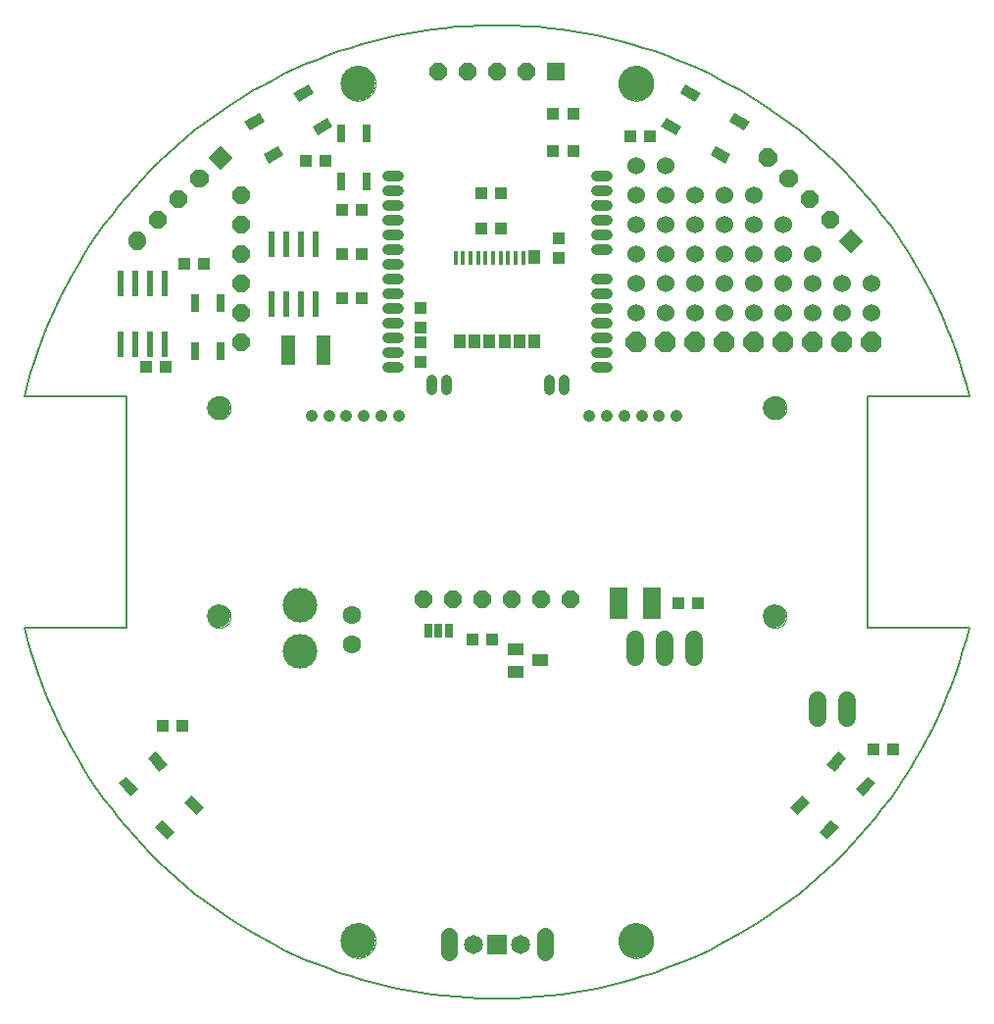
<source format=gts>
G75*
%MOIN*%
%OFA0B0*%
%FSLAX25Y25*%
%IPPOS*%
%LPD*%
%AMOC8*
5,1,8,0,0,1.08239X$1,22.5*
%
%ADD10C,0.00600*%
%ADD11C,0.00000*%
%ADD12C,0.07874*%
%ADD13C,0.11811*%
%ADD14R,0.04331X0.03937*%
%ADD15R,0.03937X0.04331*%
%ADD16C,0.06300*%
%ADD17R,0.02559X0.05906*%
%ADD18OC8,0.06000*%
%ADD19R,0.02362X0.08661*%
%ADD20R,0.05906X0.03543*%
%ADD21C,0.04134*%
%ADD22R,0.02500X0.05000*%
%ADD23R,0.06500X0.06500*%
%ADD24C,0.06500*%
%ADD25C,0.05500*%
%ADD26OC8,0.07000*%
%ADD27R,0.05000X0.10000*%
%ADD28C,0.06000*%
%ADD29R,0.06000X0.06000*%
%ADD30C,0.01200*%
%ADD31R,0.06000X0.06000*%
%ADD32R,0.04000X0.05000*%
%ADD33R,0.01575X0.04921*%
%ADD34R,0.06299X0.10630*%
%ADD35R,0.05512X0.03937*%
%ADD36C,0.03562*%
%ADD37C,0.06000*%
D10*
X0018150Y0144410D02*
X0052796Y0144410D01*
X0052796Y0223150D01*
X0018150Y0223150D01*
X0018150Y0223151D02*
X0019158Y0227061D01*
X0020260Y0230946D01*
X0021458Y0234802D01*
X0022749Y0238628D01*
X0024133Y0242421D01*
X0025609Y0246180D01*
X0027177Y0249901D01*
X0028835Y0253583D01*
X0030582Y0257223D01*
X0032418Y0260820D01*
X0034341Y0264370D01*
X0036350Y0267873D01*
X0038445Y0271326D01*
X0040622Y0274726D01*
X0042882Y0278072D01*
X0045224Y0281362D01*
X0047644Y0284594D01*
X0050143Y0287766D01*
X0052719Y0290876D01*
X0055370Y0293922D01*
X0058094Y0296902D01*
X0060891Y0299815D01*
X0063758Y0302659D01*
X0066693Y0305432D01*
X0069695Y0308132D01*
X0072762Y0310759D01*
X0075892Y0313309D01*
X0079084Y0315783D01*
X0082335Y0318178D01*
X0085644Y0320493D01*
X0089008Y0322726D01*
X0092426Y0324876D01*
X0095895Y0326943D01*
X0099414Y0328924D01*
X0102979Y0330818D01*
X0106591Y0332625D01*
X0110245Y0334344D01*
X0113940Y0335972D01*
X0117673Y0337510D01*
X0121444Y0338956D01*
X0125248Y0340310D01*
X0129084Y0341570D01*
X0132950Y0342737D01*
X0136843Y0343808D01*
X0140761Y0344784D01*
X0144702Y0345665D01*
X0148663Y0346448D01*
X0152643Y0347135D01*
X0156637Y0347725D01*
X0160645Y0348217D01*
X0164664Y0348610D01*
X0168691Y0348906D01*
X0172724Y0349103D01*
X0176761Y0349202D01*
X0180799Y0349202D01*
X0184836Y0349103D01*
X0188869Y0348906D01*
X0192896Y0348610D01*
X0196915Y0348217D01*
X0200923Y0347725D01*
X0204917Y0347135D01*
X0208897Y0346448D01*
X0212858Y0345665D01*
X0216799Y0344784D01*
X0220717Y0343808D01*
X0224610Y0342737D01*
X0228476Y0341570D01*
X0232312Y0340310D01*
X0236116Y0338956D01*
X0239887Y0337510D01*
X0243620Y0335972D01*
X0247315Y0334344D01*
X0250969Y0332625D01*
X0254581Y0330818D01*
X0258146Y0328924D01*
X0261665Y0326943D01*
X0265134Y0324876D01*
X0268552Y0322726D01*
X0271916Y0320493D01*
X0275225Y0318178D01*
X0278476Y0315783D01*
X0281668Y0313309D01*
X0284798Y0310759D01*
X0287865Y0308132D01*
X0290867Y0305432D01*
X0293802Y0302659D01*
X0296669Y0299815D01*
X0299466Y0296902D01*
X0302190Y0293922D01*
X0304841Y0290876D01*
X0307417Y0287766D01*
X0309916Y0284594D01*
X0312336Y0281362D01*
X0314678Y0278072D01*
X0316938Y0274726D01*
X0319115Y0271326D01*
X0321210Y0267873D01*
X0323219Y0264370D01*
X0325142Y0260820D01*
X0326978Y0257223D01*
X0328725Y0253583D01*
X0330383Y0249901D01*
X0331951Y0246180D01*
X0333427Y0242421D01*
X0334811Y0238628D01*
X0336102Y0234802D01*
X0337300Y0230946D01*
X0338402Y0227061D01*
X0339410Y0223151D01*
X0339410Y0223150D02*
X0304765Y0223150D01*
X0304765Y0144410D01*
X0339410Y0144410D01*
X0338402Y0140500D01*
X0337300Y0136615D01*
X0336102Y0132759D01*
X0334811Y0128933D01*
X0333427Y0125140D01*
X0331951Y0121381D01*
X0330383Y0117660D01*
X0328725Y0113978D01*
X0326978Y0110338D01*
X0325142Y0106741D01*
X0323219Y0103191D01*
X0321210Y0099688D01*
X0319115Y0096235D01*
X0316938Y0092835D01*
X0314678Y0089489D01*
X0312336Y0086199D01*
X0309916Y0082967D01*
X0307417Y0079795D01*
X0304841Y0076685D01*
X0302190Y0073639D01*
X0299466Y0070659D01*
X0296669Y0067746D01*
X0293802Y0064902D01*
X0290867Y0062129D01*
X0287865Y0059429D01*
X0284798Y0056802D01*
X0281668Y0054252D01*
X0278476Y0051778D01*
X0275225Y0049383D01*
X0271916Y0047068D01*
X0268552Y0044835D01*
X0265134Y0042685D01*
X0261665Y0040618D01*
X0258146Y0038637D01*
X0254581Y0036743D01*
X0250969Y0034936D01*
X0247315Y0033217D01*
X0243620Y0031589D01*
X0239887Y0030051D01*
X0236116Y0028605D01*
X0232312Y0027251D01*
X0228476Y0025991D01*
X0224610Y0024824D01*
X0220717Y0023753D01*
X0216799Y0022777D01*
X0212858Y0021896D01*
X0208897Y0021113D01*
X0204917Y0020426D01*
X0200923Y0019836D01*
X0196915Y0019344D01*
X0192896Y0018951D01*
X0188869Y0018655D01*
X0184836Y0018458D01*
X0180799Y0018359D01*
X0176761Y0018359D01*
X0172724Y0018458D01*
X0168691Y0018655D01*
X0164664Y0018951D01*
X0160645Y0019344D01*
X0156637Y0019836D01*
X0152643Y0020426D01*
X0148663Y0021113D01*
X0144702Y0021896D01*
X0140761Y0022777D01*
X0136843Y0023753D01*
X0132950Y0024824D01*
X0129084Y0025991D01*
X0125248Y0027251D01*
X0121444Y0028605D01*
X0117673Y0030051D01*
X0113940Y0031589D01*
X0110245Y0033217D01*
X0106591Y0034936D01*
X0102979Y0036743D01*
X0099414Y0038637D01*
X0095895Y0040618D01*
X0092426Y0042685D01*
X0089008Y0044835D01*
X0085644Y0047068D01*
X0082335Y0049383D01*
X0079084Y0051778D01*
X0075892Y0054252D01*
X0072762Y0056802D01*
X0069695Y0059429D01*
X0066693Y0062129D01*
X0063758Y0064902D01*
X0060891Y0067746D01*
X0058094Y0070659D01*
X0055370Y0073639D01*
X0052719Y0076685D01*
X0050143Y0079795D01*
X0047644Y0082967D01*
X0045224Y0086199D01*
X0042882Y0089489D01*
X0040622Y0092835D01*
X0038445Y0096235D01*
X0036350Y0099688D01*
X0034341Y0103191D01*
X0032418Y0106741D01*
X0030582Y0110338D01*
X0028835Y0113978D01*
X0027177Y0117660D01*
X0025609Y0121381D01*
X0024133Y0125140D01*
X0022749Y0128933D01*
X0021458Y0132759D01*
X0020260Y0136615D01*
X0019158Y0140500D01*
X0018150Y0144410D01*
D11*
X0080355Y0148347D02*
X0080357Y0148472D01*
X0080363Y0148597D01*
X0080373Y0148721D01*
X0080387Y0148845D01*
X0080404Y0148969D01*
X0080426Y0149092D01*
X0080452Y0149214D01*
X0080481Y0149336D01*
X0080514Y0149456D01*
X0080552Y0149575D01*
X0080592Y0149694D01*
X0080637Y0149810D01*
X0080685Y0149925D01*
X0080737Y0150039D01*
X0080793Y0150151D01*
X0080852Y0150261D01*
X0080914Y0150369D01*
X0080980Y0150476D01*
X0081049Y0150580D01*
X0081122Y0150681D01*
X0081197Y0150781D01*
X0081276Y0150878D01*
X0081358Y0150972D01*
X0081443Y0151064D01*
X0081530Y0151153D01*
X0081621Y0151239D01*
X0081714Y0151322D01*
X0081810Y0151403D01*
X0081908Y0151480D01*
X0082008Y0151554D01*
X0082111Y0151625D01*
X0082216Y0151692D01*
X0082324Y0151757D01*
X0082433Y0151817D01*
X0082544Y0151875D01*
X0082657Y0151928D01*
X0082771Y0151978D01*
X0082887Y0152025D01*
X0083004Y0152067D01*
X0083123Y0152106D01*
X0083243Y0152142D01*
X0083364Y0152173D01*
X0083486Y0152201D01*
X0083608Y0152224D01*
X0083732Y0152244D01*
X0083856Y0152260D01*
X0083980Y0152272D01*
X0084105Y0152280D01*
X0084230Y0152284D01*
X0084354Y0152284D01*
X0084479Y0152280D01*
X0084604Y0152272D01*
X0084728Y0152260D01*
X0084852Y0152244D01*
X0084976Y0152224D01*
X0085098Y0152201D01*
X0085220Y0152173D01*
X0085341Y0152142D01*
X0085461Y0152106D01*
X0085580Y0152067D01*
X0085697Y0152025D01*
X0085813Y0151978D01*
X0085927Y0151928D01*
X0086040Y0151875D01*
X0086151Y0151817D01*
X0086261Y0151757D01*
X0086368Y0151692D01*
X0086473Y0151625D01*
X0086576Y0151554D01*
X0086676Y0151480D01*
X0086774Y0151403D01*
X0086870Y0151322D01*
X0086963Y0151239D01*
X0087054Y0151153D01*
X0087141Y0151064D01*
X0087226Y0150972D01*
X0087308Y0150878D01*
X0087387Y0150781D01*
X0087462Y0150681D01*
X0087535Y0150580D01*
X0087604Y0150476D01*
X0087670Y0150369D01*
X0087732Y0150261D01*
X0087791Y0150151D01*
X0087847Y0150039D01*
X0087899Y0149925D01*
X0087947Y0149810D01*
X0087992Y0149694D01*
X0088032Y0149575D01*
X0088070Y0149456D01*
X0088103Y0149336D01*
X0088132Y0149214D01*
X0088158Y0149092D01*
X0088180Y0148969D01*
X0088197Y0148845D01*
X0088211Y0148721D01*
X0088221Y0148597D01*
X0088227Y0148472D01*
X0088229Y0148347D01*
X0088227Y0148222D01*
X0088221Y0148097D01*
X0088211Y0147973D01*
X0088197Y0147849D01*
X0088180Y0147725D01*
X0088158Y0147602D01*
X0088132Y0147480D01*
X0088103Y0147358D01*
X0088070Y0147238D01*
X0088032Y0147119D01*
X0087992Y0147000D01*
X0087947Y0146884D01*
X0087899Y0146769D01*
X0087847Y0146655D01*
X0087791Y0146543D01*
X0087732Y0146433D01*
X0087670Y0146325D01*
X0087604Y0146218D01*
X0087535Y0146114D01*
X0087462Y0146013D01*
X0087387Y0145913D01*
X0087308Y0145816D01*
X0087226Y0145722D01*
X0087141Y0145630D01*
X0087054Y0145541D01*
X0086963Y0145455D01*
X0086870Y0145372D01*
X0086774Y0145291D01*
X0086676Y0145214D01*
X0086576Y0145140D01*
X0086473Y0145069D01*
X0086368Y0145002D01*
X0086260Y0144937D01*
X0086151Y0144877D01*
X0086040Y0144819D01*
X0085927Y0144766D01*
X0085813Y0144716D01*
X0085697Y0144669D01*
X0085580Y0144627D01*
X0085461Y0144588D01*
X0085341Y0144552D01*
X0085220Y0144521D01*
X0085098Y0144493D01*
X0084976Y0144470D01*
X0084852Y0144450D01*
X0084728Y0144434D01*
X0084604Y0144422D01*
X0084479Y0144414D01*
X0084354Y0144410D01*
X0084230Y0144410D01*
X0084105Y0144414D01*
X0083980Y0144422D01*
X0083856Y0144434D01*
X0083732Y0144450D01*
X0083608Y0144470D01*
X0083486Y0144493D01*
X0083364Y0144521D01*
X0083243Y0144552D01*
X0083123Y0144588D01*
X0083004Y0144627D01*
X0082887Y0144669D01*
X0082771Y0144716D01*
X0082657Y0144766D01*
X0082544Y0144819D01*
X0082433Y0144877D01*
X0082323Y0144937D01*
X0082216Y0145002D01*
X0082111Y0145069D01*
X0082008Y0145140D01*
X0081908Y0145214D01*
X0081810Y0145291D01*
X0081714Y0145372D01*
X0081621Y0145455D01*
X0081530Y0145541D01*
X0081443Y0145630D01*
X0081358Y0145722D01*
X0081276Y0145816D01*
X0081197Y0145913D01*
X0081122Y0146013D01*
X0081049Y0146114D01*
X0080980Y0146218D01*
X0080914Y0146325D01*
X0080852Y0146433D01*
X0080793Y0146543D01*
X0080737Y0146655D01*
X0080685Y0146769D01*
X0080637Y0146884D01*
X0080592Y0147000D01*
X0080552Y0147119D01*
X0080514Y0147238D01*
X0080481Y0147358D01*
X0080452Y0147480D01*
X0080426Y0147602D01*
X0080404Y0147725D01*
X0080387Y0147849D01*
X0080373Y0147973D01*
X0080363Y0148097D01*
X0080357Y0148222D01*
X0080355Y0148347D01*
X0080355Y0219213D02*
X0080357Y0219338D01*
X0080363Y0219463D01*
X0080373Y0219587D01*
X0080387Y0219711D01*
X0080404Y0219835D01*
X0080426Y0219958D01*
X0080452Y0220080D01*
X0080481Y0220202D01*
X0080514Y0220322D01*
X0080552Y0220441D01*
X0080592Y0220560D01*
X0080637Y0220676D01*
X0080685Y0220791D01*
X0080737Y0220905D01*
X0080793Y0221017D01*
X0080852Y0221127D01*
X0080914Y0221235D01*
X0080980Y0221342D01*
X0081049Y0221446D01*
X0081122Y0221547D01*
X0081197Y0221647D01*
X0081276Y0221744D01*
X0081358Y0221838D01*
X0081443Y0221930D01*
X0081530Y0222019D01*
X0081621Y0222105D01*
X0081714Y0222188D01*
X0081810Y0222269D01*
X0081908Y0222346D01*
X0082008Y0222420D01*
X0082111Y0222491D01*
X0082216Y0222558D01*
X0082324Y0222623D01*
X0082433Y0222683D01*
X0082544Y0222741D01*
X0082657Y0222794D01*
X0082771Y0222844D01*
X0082887Y0222891D01*
X0083004Y0222933D01*
X0083123Y0222972D01*
X0083243Y0223008D01*
X0083364Y0223039D01*
X0083486Y0223067D01*
X0083608Y0223090D01*
X0083732Y0223110D01*
X0083856Y0223126D01*
X0083980Y0223138D01*
X0084105Y0223146D01*
X0084230Y0223150D01*
X0084354Y0223150D01*
X0084479Y0223146D01*
X0084604Y0223138D01*
X0084728Y0223126D01*
X0084852Y0223110D01*
X0084976Y0223090D01*
X0085098Y0223067D01*
X0085220Y0223039D01*
X0085341Y0223008D01*
X0085461Y0222972D01*
X0085580Y0222933D01*
X0085697Y0222891D01*
X0085813Y0222844D01*
X0085927Y0222794D01*
X0086040Y0222741D01*
X0086151Y0222683D01*
X0086261Y0222623D01*
X0086368Y0222558D01*
X0086473Y0222491D01*
X0086576Y0222420D01*
X0086676Y0222346D01*
X0086774Y0222269D01*
X0086870Y0222188D01*
X0086963Y0222105D01*
X0087054Y0222019D01*
X0087141Y0221930D01*
X0087226Y0221838D01*
X0087308Y0221744D01*
X0087387Y0221647D01*
X0087462Y0221547D01*
X0087535Y0221446D01*
X0087604Y0221342D01*
X0087670Y0221235D01*
X0087732Y0221127D01*
X0087791Y0221017D01*
X0087847Y0220905D01*
X0087899Y0220791D01*
X0087947Y0220676D01*
X0087992Y0220560D01*
X0088032Y0220441D01*
X0088070Y0220322D01*
X0088103Y0220202D01*
X0088132Y0220080D01*
X0088158Y0219958D01*
X0088180Y0219835D01*
X0088197Y0219711D01*
X0088211Y0219587D01*
X0088221Y0219463D01*
X0088227Y0219338D01*
X0088229Y0219213D01*
X0088227Y0219088D01*
X0088221Y0218963D01*
X0088211Y0218839D01*
X0088197Y0218715D01*
X0088180Y0218591D01*
X0088158Y0218468D01*
X0088132Y0218346D01*
X0088103Y0218224D01*
X0088070Y0218104D01*
X0088032Y0217985D01*
X0087992Y0217866D01*
X0087947Y0217750D01*
X0087899Y0217635D01*
X0087847Y0217521D01*
X0087791Y0217409D01*
X0087732Y0217299D01*
X0087670Y0217191D01*
X0087604Y0217084D01*
X0087535Y0216980D01*
X0087462Y0216879D01*
X0087387Y0216779D01*
X0087308Y0216682D01*
X0087226Y0216588D01*
X0087141Y0216496D01*
X0087054Y0216407D01*
X0086963Y0216321D01*
X0086870Y0216238D01*
X0086774Y0216157D01*
X0086676Y0216080D01*
X0086576Y0216006D01*
X0086473Y0215935D01*
X0086368Y0215868D01*
X0086260Y0215803D01*
X0086151Y0215743D01*
X0086040Y0215685D01*
X0085927Y0215632D01*
X0085813Y0215582D01*
X0085697Y0215535D01*
X0085580Y0215493D01*
X0085461Y0215454D01*
X0085341Y0215418D01*
X0085220Y0215387D01*
X0085098Y0215359D01*
X0084976Y0215336D01*
X0084852Y0215316D01*
X0084728Y0215300D01*
X0084604Y0215288D01*
X0084479Y0215280D01*
X0084354Y0215276D01*
X0084230Y0215276D01*
X0084105Y0215280D01*
X0083980Y0215288D01*
X0083856Y0215300D01*
X0083732Y0215316D01*
X0083608Y0215336D01*
X0083486Y0215359D01*
X0083364Y0215387D01*
X0083243Y0215418D01*
X0083123Y0215454D01*
X0083004Y0215493D01*
X0082887Y0215535D01*
X0082771Y0215582D01*
X0082657Y0215632D01*
X0082544Y0215685D01*
X0082433Y0215743D01*
X0082323Y0215803D01*
X0082216Y0215868D01*
X0082111Y0215935D01*
X0082008Y0216006D01*
X0081908Y0216080D01*
X0081810Y0216157D01*
X0081714Y0216238D01*
X0081621Y0216321D01*
X0081530Y0216407D01*
X0081443Y0216496D01*
X0081358Y0216588D01*
X0081276Y0216682D01*
X0081197Y0216779D01*
X0081122Y0216879D01*
X0081049Y0216980D01*
X0080980Y0217084D01*
X0080914Y0217191D01*
X0080852Y0217299D01*
X0080793Y0217409D01*
X0080737Y0217521D01*
X0080685Y0217635D01*
X0080637Y0217750D01*
X0080592Y0217866D01*
X0080552Y0217985D01*
X0080514Y0218104D01*
X0080481Y0218224D01*
X0080452Y0218346D01*
X0080426Y0218468D01*
X0080404Y0218591D01*
X0080387Y0218715D01*
X0080373Y0218839D01*
X0080363Y0218963D01*
X0080357Y0219088D01*
X0080355Y0219213D01*
X0125630Y0329450D02*
X0125632Y0329603D01*
X0125638Y0329757D01*
X0125648Y0329910D01*
X0125662Y0330062D01*
X0125680Y0330215D01*
X0125702Y0330366D01*
X0125727Y0330517D01*
X0125757Y0330668D01*
X0125791Y0330818D01*
X0125828Y0330966D01*
X0125869Y0331114D01*
X0125914Y0331260D01*
X0125963Y0331406D01*
X0126016Y0331550D01*
X0126072Y0331692D01*
X0126132Y0331833D01*
X0126196Y0331973D01*
X0126263Y0332111D01*
X0126334Y0332247D01*
X0126409Y0332381D01*
X0126486Y0332513D01*
X0126568Y0332643D01*
X0126652Y0332771D01*
X0126740Y0332897D01*
X0126831Y0333020D01*
X0126925Y0333141D01*
X0127023Y0333259D01*
X0127123Y0333375D01*
X0127227Y0333488D01*
X0127333Y0333599D01*
X0127442Y0333707D01*
X0127554Y0333812D01*
X0127668Y0333913D01*
X0127786Y0334012D01*
X0127905Y0334108D01*
X0128027Y0334201D01*
X0128152Y0334290D01*
X0128279Y0334377D01*
X0128408Y0334459D01*
X0128539Y0334539D01*
X0128672Y0334615D01*
X0128807Y0334688D01*
X0128944Y0334757D01*
X0129083Y0334822D01*
X0129223Y0334884D01*
X0129365Y0334942D01*
X0129508Y0334997D01*
X0129653Y0335048D01*
X0129799Y0335095D01*
X0129946Y0335138D01*
X0130094Y0335177D01*
X0130243Y0335213D01*
X0130393Y0335244D01*
X0130544Y0335272D01*
X0130695Y0335296D01*
X0130848Y0335316D01*
X0131000Y0335332D01*
X0131153Y0335344D01*
X0131306Y0335352D01*
X0131459Y0335356D01*
X0131613Y0335356D01*
X0131766Y0335352D01*
X0131919Y0335344D01*
X0132072Y0335332D01*
X0132224Y0335316D01*
X0132377Y0335296D01*
X0132528Y0335272D01*
X0132679Y0335244D01*
X0132829Y0335213D01*
X0132978Y0335177D01*
X0133126Y0335138D01*
X0133273Y0335095D01*
X0133419Y0335048D01*
X0133564Y0334997D01*
X0133707Y0334942D01*
X0133849Y0334884D01*
X0133989Y0334822D01*
X0134128Y0334757D01*
X0134265Y0334688D01*
X0134400Y0334615D01*
X0134533Y0334539D01*
X0134664Y0334459D01*
X0134793Y0334377D01*
X0134920Y0334290D01*
X0135045Y0334201D01*
X0135167Y0334108D01*
X0135286Y0334012D01*
X0135404Y0333913D01*
X0135518Y0333812D01*
X0135630Y0333707D01*
X0135739Y0333599D01*
X0135845Y0333488D01*
X0135949Y0333375D01*
X0136049Y0333259D01*
X0136147Y0333141D01*
X0136241Y0333020D01*
X0136332Y0332897D01*
X0136420Y0332771D01*
X0136504Y0332643D01*
X0136586Y0332513D01*
X0136663Y0332381D01*
X0136738Y0332247D01*
X0136809Y0332111D01*
X0136876Y0331973D01*
X0136940Y0331833D01*
X0137000Y0331692D01*
X0137056Y0331550D01*
X0137109Y0331406D01*
X0137158Y0331260D01*
X0137203Y0331114D01*
X0137244Y0330966D01*
X0137281Y0330818D01*
X0137315Y0330668D01*
X0137345Y0330517D01*
X0137370Y0330366D01*
X0137392Y0330215D01*
X0137410Y0330062D01*
X0137424Y0329910D01*
X0137434Y0329757D01*
X0137440Y0329603D01*
X0137442Y0329450D01*
X0137440Y0329297D01*
X0137434Y0329143D01*
X0137424Y0328990D01*
X0137410Y0328838D01*
X0137392Y0328685D01*
X0137370Y0328534D01*
X0137345Y0328383D01*
X0137315Y0328232D01*
X0137281Y0328082D01*
X0137244Y0327934D01*
X0137203Y0327786D01*
X0137158Y0327640D01*
X0137109Y0327494D01*
X0137056Y0327350D01*
X0137000Y0327208D01*
X0136940Y0327067D01*
X0136876Y0326927D01*
X0136809Y0326789D01*
X0136738Y0326653D01*
X0136663Y0326519D01*
X0136586Y0326387D01*
X0136504Y0326257D01*
X0136420Y0326129D01*
X0136332Y0326003D01*
X0136241Y0325880D01*
X0136147Y0325759D01*
X0136049Y0325641D01*
X0135949Y0325525D01*
X0135845Y0325412D01*
X0135739Y0325301D01*
X0135630Y0325193D01*
X0135518Y0325088D01*
X0135404Y0324987D01*
X0135286Y0324888D01*
X0135167Y0324792D01*
X0135045Y0324699D01*
X0134920Y0324610D01*
X0134793Y0324523D01*
X0134664Y0324441D01*
X0134533Y0324361D01*
X0134400Y0324285D01*
X0134265Y0324212D01*
X0134128Y0324143D01*
X0133989Y0324078D01*
X0133849Y0324016D01*
X0133707Y0323958D01*
X0133564Y0323903D01*
X0133419Y0323852D01*
X0133273Y0323805D01*
X0133126Y0323762D01*
X0132978Y0323723D01*
X0132829Y0323687D01*
X0132679Y0323656D01*
X0132528Y0323628D01*
X0132377Y0323604D01*
X0132224Y0323584D01*
X0132072Y0323568D01*
X0131919Y0323556D01*
X0131766Y0323548D01*
X0131613Y0323544D01*
X0131459Y0323544D01*
X0131306Y0323548D01*
X0131153Y0323556D01*
X0131000Y0323568D01*
X0130848Y0323584D01*
X0130695Y0323604D01*
X0130544Y0323628D01*
X0130393Y0323656D01*
X0130243Y0323687D01*
X0130094Y0323723D01*
X0129946Y0323762D01*
X0129799Y0323805D01*
X0129653Y0323852D01*
X0129508Y0323903D01*
X0129365Y0323958D01*
X0129223Y0324016D01*
X0129083Y0324078D01*
X0128944Y0324143D01*
X0128807Y0324212D01*
X0128672Y0324285D01*
X0128539Y0324361D01*
X0128408Y0324441D01*
X0128279Y0324523D01*
X0128152Y0324610D01*
X0128027Y0324699D01*
X0127905Y0324792D01*
X0127786Y0324888D01*
X0127668Y0324987D01*
X0127554Y0325088D01*
X0127442Y0325193D01*
X0127333Y0325301D01*
X0127227Y0325412D01*
X0127123Y0325525D01*
X0127023Y0325641D01*
X0126925Y0325759D01*
X0126831Y0325880D01*
X0126740Y0326003D01*
X0126652Y0326129D01*
X0126568Y0326257D01*
X0126486Y0326387D01*
X0126409Y0326519D01*
X0126334Y0326653D01*
X0126263Y0326789D01*
X0126196Y0326927D01*
X0126132Y0327067D01*
X0126072Y0327208D01*
X0126016Y0327350D01*
X0125963Y0327494D01*
X0125914Y0327640D01*
X0125869Y0327786D01*
X0125828Y0327934D01*
X0125791Y0328082D01*
X0125757Y0328232D01*
X0125727Y0328383D01*
X0125702Y0328534D01*
X0125680Y0328685D01*
X0125662Y0328838D01*
X0125648Y0328990D01*
X0125638Y0329143D01*
X0125632Y0329297D01*
X0125630Y0329450D01*
X0220118Y0329450D02*
X0220120Y0329603D01*
X0220126Y0329757D01*
X0220136Y0329910D01*
X0220150Y0330062D01*
X0220168Y0330215D01*
X0220190Y0330366D01*
X0220215Y0330517D01*
X0220245Y0330668D01*
X0220279Y0330818D01*
X0220316Y0330966D01*
X0220357Y0331114D01*
X0220402Y0331260D01*
X0220451Y0331406D01*
X0220504Y0331550D01*
X0220560Y0331692D01*
X0220620Y0331833D01*
X0220684Y0331973D01*
X0220751Y0332111D01*
X0220822Y0332247D01*
X0220897Y0332381D01*
X0220974Y0332513D01*
X0221056Y0332643D01*
X0221140Y0332771D01*
X0221228Y0332897D01*
X0221319Y0333020D01*
X0221413Y0333141D01*
X0221511Y0333259D01*
X0221611Y0333375D01*
X0221715Y0333488D01*
X0221821Y0333599D01*
X0221930Y0333707D01*
X0222042Y0333812D01*
X0222156Y0333913D01*
X0222274Y0334012D01*
X0222393Y0334108D01*
X0222515Y0334201D01*
X0222640Y0334290D01*
X0222767Y0334377D01*
X0222896Y0334459D01*
X0223027Y0334539D01*
X0223160Y0334615D01*
X0223295Y0334688D01*
X0223432Y0334757D01*
X0223571Y0334822D01*
X0223711Y0334884D01*
X0223853Y0334942D01*
X0223996Y0334997D01*
X0224141Y0335048D01*
X0224287Y0335095D01*
X0224434Y0335138D01*
X0224582Y0335177D01*
X0224731Y0335213D01*
X0224881Y0335244D01*
X0225032Y0335272D01*
X0225183Y0335296D01*
X0225336Y0335316D01*
X0225488Y0335332D01*
X0225641Y0335344D01*
X0225794Y0335352D01*
X0225947Y0335356D01*
X0226101Y0335356D01*
X0226254Y0335352D01*
X0226407Y0335344D01*
X0226560Y0335332D01*
X0226712Y0335316D01*
X0226865Y0335296D01*
X0227016Y0335272D01*
X0227167Y0335244D01*
X0227317Y0335213D01*
X0227466Y0335177D01*
X0227614Y0335138D01*
X0227761Y0335095D01*
X0227907Y0335048D01*
X0228052Y0334997D01*
X0228195Y0334942D01*
X0228337Y0334884D01*
X0228477Y0334822D01*
X0228616Y0334757D01*
X0228753Y0334688D01*
X0228888Y0334615D01*
X0229021Y0334539D01*
X0229152Y0334459D01*
X0229281Y0334377D01*
X0229408Y0334290D01*
X0229533Y0334201D01*
X0229655Y0334108D01*
X0229774Y0334012D01*
X0229892Y0333913D01*
X0230006Y0333812D01*
X0230118Y0333707D01*
X0230227Y0333599D01*
X0230333Y0333488D01*
X0230437Y0333375D01*
X0230537Y0333259D01*
X0230635Y0333141D01*
X0230729Y0333020D01*
X0230820Y0332897D01*
X0230908Y0332771D01*
X0230992Y0332643D01*
X0231074Y0332513D01*
X0231151Y0332381D01*
X0231226Y0332247D01*
X0231297Y0332111D01*
X0231364Y0331973D01*
X0231428Y0331833D01*
X0231488Y0331692D01*
X0231544Y0331550D01*
X0231597Y0331406D01*
X0231646Y0331260D01*
X0231691Y0331114D01*
X0231732Y0330966D01*
X0231769Y0330818D01*
X0231803Y0330668D01*
X0231833Y0330517D01*
X0231858Y0330366D01*
X0231880Y0330215D01*
X0231898Y0330062D01*
X0231912Y0329910D01*
X0231922Y0329757D01*
X0231928Y0329603D01*
X0231930Y0329450D01*
X0231928Y0329297D01*
X0231922Y0329143D01*
X0231912Y0328990D01*
X0231898Y0328838D01*
X0231880Y0328685D01*
X0231858Y0328534D01*
X0231833Y0328383D01*
X0231803Y0328232D01*
X0231769Y0328082D01*
X0231732Y0327934D01*
X0231691Y0327786D01*
X0231646Y0327640D01*
X0231597Y0327494D01*
X0231544Y0327350D01*
X0231488Y0327208D01*
X0231428Y0327067D01*
X0231364Y0326927D01*
X0231297Y0326789D01*
X0231226Y0326653D01*
X0231151Y0326519D01*
X0231074Y0326387D01*
X0230992Y0326257D01*
X0230908Y0326129D01*
X0230820Y0326003D01*
X0230729Y0325880D01*
X0230635Y0325759D01*
X0230537Y0325641D01*
X0230437Y0325525D01*
X0230333Y0325412D01*
X0230227Y0325301D01*
X0230118Y0325193D01*
X0230006Y0325088D01*
X0229892Y0324987D01*
X0229774Y0324888D01*
X0229655Y0324792D01*
X0229533Y0324699D01*
X0229408Y0324610D01*
X0229281Y0324523D01*
X0229152Y0324441D01*
X0229021Y0324361D01*
X0228888Y0324285D01*
X0228753Y0324212D01*
X0228616Y0324143D01*
X0228477Y0324078D01*
X0228337Y0324016D01*
X0228195Y0323958D01*
X0228052Y0323903D01*
X0227907Y0323852D01*
X0227761Y0323805D01*
X0227614Y0323762D01*
X0227466Y0323723D01*
X0227317Y0323687D01*
X0227167Y0323656D01*
X0227016Y0323628D01*
X0226865Y0323604D01*
X0226712Y0323584D01*
X0226560Y0323568D01*
X0226407Y0323556D01*
X0226254Y0323548D01*
X0226101Y0323544D01*
X0225947Y0323544D01*
X0225794Y0323548D01*
X0225641Y0323556D01*
X0225488Y0323568D01*
X0225336Y0323584D01*
X0225183Y0323604D01*
X0225032Y0323628D01*
X0224881Y0323656D01*
X0224731Y0323687D01*
X0224582Y0323723D01*
X0224434Y0323762D01*
X0224287Y0323805D01*
X0224141Y0323852D01*
X0223996Y0323903D01*
X0223853Y0323958D01*
X0223711Y0324016D01*
X0223571Y0324078D01*
X0223432Y0324143D01*
X0223295Y0324212D01*
X0223160Y0324285D01*
X0223027Y0324361D01*
X0222896Y0324441D01*
X0222767Y0324523D01*
X0222640Y0324610D01*
X0222515Y0324699D01*
X0222393Y0324792D01*
X0222274Y0324888D01*
X0222156Y0324987D01*
X0222042Y0325088D01*
X0221930Y0325193D01*
X0221821Y0325301D01*
X0221715Y0325412D01*
X0221611Y0325525D01*
X0221511Y0325641D01*
X0221413Y0325759D01*
X0221319Y0325880D01*
X0221228Y0326003D01*
X0221140Y0326129D01*
X0221056Y0326257D01*
X0220974Y0326387D01*
X0220897Y0326519D01*
X0220822Y0326653D01*
X0220751Y0326789D01*
X0220684Y0326927D01*
X0220620Y0327067D01*
X0220560Y0327208D01*
X0220504Y0327350D01*
X0220451Y0327494D01*
X0220402Y0327640D01*
X0220357Y0327786D01*
X0220316Y0327934D01*
X0220279Y0328082D01*
X0220245Y0328232D01*
X0220215Y0328383D01*
X0220190Y0328534D01*
X0220168Y0328685D01*
X0220150Y0328838D01*
X0220136Y0328990D01*
X0220126Y0329143D01*
X0220120Y0329297D01*
X0220118Y0329450D01*
X0269332Y0219213D02*
X0269334Y0219338D01*
X0269340Y0219463D01*
X0269350Y0219587D01*
X0269364Y0219711D01*
X0269381Y0219835D01*
X0269403Y0219958D01*
X0269429Y0220080D01*
X0269458Y0220202D01*
X0269491Y0220322D01*
X0269529Y0220441D01*
X0269569Y0220560D01*
X0269614Y0220676D01*
X0269662Y0220791D01*
X0269714Y0220905D01*
X0269770Y0221017D01*
X0269829Y0221127D01*
X0269891Y0221235D01*
X0269957Y0221342D01*
X0270026Y0221446D01*
X0270099Y0221547D01*
X0270174Y0221647D01*
X0270253Y0221744D01*
X0270335Y0221838D01*
X0270420Y0221930D01*
X0270507Y0222019D01*
X0270598Y0222105D01*
X0270691Y0222188D01*
X0270787Y0222269D01*
X0270885Y0222346D01*
X0270985Y0222420D01*
X0271088Y0222491D01*
X0271193Y0222558D01*
X0271301Y0222623D01*
X0271410Y0222683D01*
X0271521Y0222741D01*
X0271634Y0222794D01*
X0271748Y0222844D01*
X0271864Y0222891D01*
X0271981Y0222933D01*
X0272100Y0222972D01*
X0272220Y0223008D01*
X0272341Y0223039D01*
X0272463Y0223067D01*
X0272585Y0223090D01*
X0272709Y0223110D01*
X0272833Y0223126D01*
X0272957Y0223138D01*
X0273082Y0223146D01*
X0273207Y0223150D01*
X0273331Y0223150D01*
X0273456Y0223146D01*
X0273581Y0223138D01*
X0273705Y0223126D01*
X0273829Y0223110D01*
X0273953Y0223090D01*
X0274075Y0223067D01*
X0274197Y0223039D01*
X0274318Y0223008D01*
X0274438Y0222972D01*
X0274557Y0222933D01*
X0274674Y0222891D01*
X0274790Y0222844D01*
X0274904Y0222794D01*
X0275017Y0222741D01*
X0275128Y0222683D01*
X0275238Y0222623D01*
X0275345Y0222558D01*
X0275450Y0222491D01*
X0275553Y0222420D01*
X0275653Y0222346D01*
X0275751Y0222269D01*
X0275847Y0222188D01*
X0275940Y0222105D01*
X0276031Y0222019D01*
X0276118Y0221930D01*
X0276203Y0221838D01*
X0276285Y0221744D01*
X0276364Y0221647D01*
X0276439Y0221547D01*
X0276512Y0221446D01*
X0276581Y0221342D01*
X0276647Y0221235D01*
X0276709Y0221127D01*
X0276768Y0221017D01*
X0276824Y0220905D01*
X0276876Y0220791D01*
X0276924Y0220676D01*
X0276969Y0220560D01*
X0277009Y0220441D01*
X0277047Y0220322D01*
X0277080Y0220202D01*
X0277109Y0220080D01*
X0277135Y0219958D01*
X0277157Y0219835D01*
X0277174Y0219711D01*
X0277188Y0219587D01*
X0277198Y0219463D01*
X0277204Y0219338D01*
X0277206Y0219213D01*
X0277204Y0219088D01*
X0277198Y0218963D01*
X0277188Y0218839D01*
X0277174Y0218715D01*
X0277157Y0218591D01*
X0277135Y0218468D01*
X0277109Y0218346D01*
X0277080Y0218224D01*
X0277047Y0218104D01*
X0277009Y0217985D01*
X0276969Y0217866D01*
X0276924Y0217750D01*
X0276876Y0217635D01*
X0276824Y0217521D01*
X0276768Y0217409D01*
X0276709Y0217299D01*
X0276647Y0217191D01*
X0276581Y0217084D01*
X0276512Y0216980D01*
X0276439Y0216879D01*
X0276364Y0216779D01*
X0276285Y0216682D01*
X0276203Y0216588D01*
X0276118Y0216496D01*
X0276031Y0216407D01*
X0275940Y0216321D01*
X0275847Y0216238D01*
X0275751Y0216157D01*
X0275653Y0216080D01*
X0275553Y0216006D01*
X0275450Y0215935D01*
X0275345Y0215868D01*
X0275237Y0215803D01*
X0275128Y0215743D01*
X0275017Y0215685D01*
X0274904Y0215632D01*
X0274790Y0215582D01*
X0274674Y0215535D01*
X0274557Y0215493D01*
X0274438Y0215454D01*
X0274318Y0215418D01*
X0274197Y0215387D01*
X0274075Y0215359D01*
X0273953Y0215336D01*
X0273829Y0215316D01*
X0273705Y0215300D01*
X0273581Y0215288D01*
X0273456Y0215280D01*
X0273331Y0215276D01*
X0273207Y0215276D01*
X0273082Y0215280D01*
X0272957Y0215288D01*
X0272833Y0215300D01*
X0272709Y0215316D01*
X0272585Y0215336D01*
X0272463Y0215359D01*
X0272341Y0215387D01*
X0272220Y0215418D01*
X0272100Y0215454D01*
X0271981Y0215493D01*
X0271864Y0215535D01*
X0271748Y0215582D01*
X0271634Y0215632D01*
X0271521Y0215685D01*
X0271410Y0215743D01*
X0271300Y0215803D01*
X0271193Y0215868D01*
X0271088Y0215935D01*
X0270985Y0216006D01*
X0270885Y0216080D01*
X0270787Y0216157D01*
X0270691Y0216238D01*
X0270598Y0216321D01*
X0270507Y0216407D01*
X0270420Y0216496D01*
X0270335Y0216588D01*
X0270253Y0216682D01*
X0270174Y0216779D01*
X0270099Y0216879D01*
X0270026Y0216980D01*
X0269957Y0217084D01*
X0269891Y0217191D01*
X0269829Y0217299D01*
X0269770Y0217409D01*
X0269714Y0217521D01*
X0269662Y0217635D01*
X0269614Y0217750D01*
X0269569Y0217866D01*
X0269529Y0217985D01*
X0269491Y0218104D01*
X0269458Y0218224D01*
X0269429Y0218346D01*
X0269403Y0218468D01*
X0269381Y0218591D01*
X0269364Y0218715D01*
X0269350Y0218839D01*
X0269340Y0218963D01*
X0269334Y0219088D01*
X0269332Y0219213D01*
X0269332Y0148347D02*
X0269334Y0148472D01*
X0269340Y0148597D01*
X0269350Y0148721D01*
X0269364Y0148845D01*
X0269381Y0148969D01*
X0269403Y0149092D01*
X0269429Y0149214D01*
X0269458Y0149336D01*
X0269491Y0149456D01*
X0269529Y0149575D01*
X0269569Y0149694D01*
X0269614Y0149810D01*
X0269662Y0149925D01*
X0269714Y0150039D01*
X0269770Y0150151D01*
X0269829Y0150261D01*
X0269891Y0150369D01*
X0269957Y0150476D01*
X0270026Y0150580D01*
X0270099Y0150681D01*
X0270174Y0150781D01*
X0270253Y0150878D01*
X0270335Y0150972D01*
X0270420Y0151064D01*
X0270507Y0151153D01*
X0270598Y0151239D01*
X0270691Y0151322D01*
X0270787Y0151403D01*
X0270885Y0151480D01*
X0270985Y0151554D01*
X0271088Y0151625D01*
X0271193Y0151692D01*
X0271301Y0151757D01*
X0271410Y0151817D01*
X0271521Y0151875D01*
X0271634Y0151928D01*
X0271748Y0151978D01*
X0271864Y0152025D01*
X0271981Y0152067D01*
X0272100Y0152106D01*
X0272220Y0152142D01*
X0272341Y0152173D01*
X0272463Y0152201D01*
X0272585Y0152224D01*
X0272709Y0152244D01*
X0272833Y0152260D01*
X0272957Y0152272D01*
X0273082Y0152280D01*
X0273207Y0152284D01*
X0273331Y0152284D01*
X0273456Y0152280D01*
X0273581Y0152272D01*
X0273705Y0152260D01*
X0273829Y0152244D01*
X0273953Y0152224D01*
X0274075Y0152201D01*
X0274197Y0152173D01*
X0274318Y0152142D01*
X0274438Y0152106D01*
X0274557Y0152067D01*
X0274674Y0152025D01*
X0274790Y0151978D01*
X0274904Y0151928D01*
X0275017Y0151875D01*
X0275128Y0151817D01*
X0275238Y0151757D01*
X0275345Y0151692D01*
X0275450Y0151625D01*
X0275553Y0151554D01*
X0275653Y0151480D01*
X0275751Y0151403D01*
X0275847Y0151322D01*
X0275940Y0151239D01*
X0276031Y0151153D01*
X0276118Y0151064D01*
X0276203Y0150972D01*
X0276285Y0150878D01*
X0276364Y0150781D01*
X0276439Y0150681D01*
X0276512Y0150580D01*
X0276581Y0150476D01*
X0276647Y0150369D01*
X0276709Y0150261D01*
X0276768Y0150151D01*
X0276824Y0150039D01*
X0276876Y0149925D01*
X0276924Y0149810D01*
X0276969Y0149694D01*
X0277009Y0149575D01*
X0277047Y0149456D01*
X0277080Y0149336D01*
X0277109Y0149214D01*
X0277135Y0149092D01*
X0277157Y0148969D01*
X0277174Y0148845D01*
X0277188Y0148721D01*
X0277198Y0148597D01*
X0277204Y0148472D01*
X0277206Y0148347D01*
X0277204Y0148222D01*
X0277198Y0148097D01*
X0277188Y0147973D01*
X0277174Y0147849D01*
X0277157Y0147725D01*
X0277135Y0147602D01*
X0277109Y0147480D01*
X0277080Y0147358D01*
X0277047Y0147238D01*
X0277009Y0147119D01*
X0276969Y0147000D01*
X0276924Y0146884D01*
X0276876Y0146769D01*
X0276824Y0146655D01*
X0276768Y0146543D01*
X0276709Y0146433D01*
X0276647Y0146325D01*
X0276581Y0146218D01*
X0276512Y0146114D01*
X0276439Y0146013D01*
X0276364Y0145913D01*
X0276285Y0145816D01*
X0276203Y0145722D01*
X0276118Y0145630D01*
X0276031Y0145541D01*
X0275940Y0145455D01*
X0275847Y0145372D01*
X0275751Y0145291D01*
X0275653Y0145214D01*
X0275553Y0145140D01*
X0275450Y0145069D01*
X0275345Y0145002D01*
X0275237Y0144937D01*
X0275128Y0144877D01*
X0275017Y0144819D01*
X0274904Y0144766D01*
X0274790Y0144716D01*
X0274674Y0144669D01*
X0274557Y0144627D01*
X0274438Y0144588D01*
X0274318Y0144552D01*
X0274197Y0144521D01*
X0274075Y0144493D01*
X0273953Y0144470D01*
X0273829Y0144450D01*
X0273705Y0144434D01*
X0273581Y0144422D01*
X0273456Y0144414D01*
X0273331Y0144410D01*
X0273207Y0144410D01*
X0273082Y0144414D01*
X0272957Y0144422D01*
X0272833Y0144434D01*
X0272709Y0144450D01*
X0272585Y0144470D01*
X0272463Y0144493D01*
X0272341Y0144521D01*
X0272220Y0144552D01*
X0272100Y0144588D01*
X0271981Y0144627D01*
X0271864Y0144669D01*
X0271748Y0144716D01*
X0271634Y0144766D01*
X0271521Y0144819D01*
X0271410Y0144877D01*
X0271300Y0144937D01*
X0271193Y0145002D01*
X0271088Y0145069D01*
X0270985Y0145140D01*
X0270885Y0145214D01*
X0270787Y0145291D01*
X0270691Y0145372D01*
X0270598Y0145455D01*
X0270507Y0145541D01*
X0270420Y0145630D01*
X0270335Y0145722D01*
X0270253Y0145816D01*
X0270174Y0145913D01*
X0270099Y0146013D01*
X0270026Y0146114D01*
X0269957Y0146218D01*
X0269891Y0146325D01*
X0269829Y0146433D01*
X0269770Y0146543D01*
X0269714Y0146655D01*
X0269662Y0146769D01*
X0269614Y0146884D01*
X0269569Y0147000D01*
X0269529Y0147119D01*
X0269491Y0147238D01*
X0269458Y0147358D01*
X0269429Y0147480D01*
X0269403Y0147602D01*
X0269381Y0147725D01*
X0269364Y0147849D01*
X0269350Y0147973D01*
X0269340Y0148097D01*
X0269334Y0148222D01*
X0269332Y0148347D01*
X0220118Y0038111D02*
X0220120Y0038264D01*
X0220126Y0038418D01*
X0220136Y0038571D01*
X0220150Y0038723D01*
X0220168Y0038876D01*
X0220190Y0039027D01*
X0220215Y0039178D01*
X0220245Y0039329D01*
X0220279Y0039479D01*
X0220316Y0039627D01*
X0220357Y0039775D01*
X0220402Y0039921D01*
X0220451Y0040067D01*
X0220504Y0040211D01*
X0220560Y0040353D01*
X0220620Y0040494D01*
X0220684Y0040634D01*
X0220751Y0040772D01*
X0220822Y0040908D01*
X0220897Y0041042D01*
X0220974Y0041174D01*
X0221056Y0041304D01*
X0221140Y0041432D01*
X0221228Y0041558D01*
X0221319Y0041681D01*
X0221413Y0041802D01*
X0221511Y0041920D01*
X0221611Y0042036D01*
X0221715Y0042149D01*
X0221821Y0042260D01*
X0221930Y0042368D01*
X0222042Y0042473D01*
X0222156Y0042574D01*
X0222274Y0042673D01*
X0222393Y0042769D01*
X0222515Y0042862D01*
X0222640Y0042951D01*
X0222767Y0043038D01*
X0222896Y0043120D01*
X0223027Y0043200D01*
X0223160Y0043276D01*
X0223295Y0043349D01*
X0223432Y0043418D01*
X0223571Y0043483D01*
X0223711Y0043545D01*
X0223853Y0043603D01*
X0223996Y0043658D01*
X0224141Y0043709D01*
X0224287Y0043756D01*
X0224434Y0043799D01*
X0224582Y0043838D01*
X0224731Y0043874D01*
X0224881Y0043905D01*
X0225032Y0043933D01*
X0225183Y0043957D01*
X0225336Y0043977D01*
X0225488Y0043993D01*
X0225641Y0044005D01*
X0225794Y0044013D01*
X0225947Y0044017D01*
X0226101Y0044017D01*
X0226254Y0044013D01*
X0226407Y0044005D01*
X0226560Y0043993D01*
X0226712Y0043977D01*
X0226865Y0043957D01*
X0227016Y0043933D01*
X0227167Y0043905D01*
X0227317Y0043874D01*
X0227466Y0043838D01*
X0227614Y0043799D01*
X0227761Y0043756D01*
X0227907Y0043709D01*
X0228052Y0043658D01*
X0228195Y0043603D01*
X0228337Y0043545D01*
X0228477Y0043483D01*
X0228616Y0043418D01*
X0228753Y0043349D01*
X0228888Y0043276D01*
X0229021Y0043200D01*
X0229152Y0043120D01*
X0229281Y0043038D01*
X0229408Y0042951D01*
X0229533Y0042862D01*
X0229655Y0042769D01*
X0229774Y0042673D01*
X0229892Y0042574D01*
X0230006Y0042473D01*
X0230118Y0042368D01*
X0230227Y0042260D01*
X0230333Y0042149D01*
X0230437Y0042036D01*
X0230537Y0041920D01*
X0230635Y0041802D01*
X0230729Y0041681D01*
X0230820Y0041558D01*
X0230908Y0041432D01*
X0230992Y0041304D01*
X0231074Y0041174D01*
X0231151Y0041042D01*
X0231226Y0040908D01*
X0231297Y0040772D01*
X0231364Y0040634D01*
X0231428Y0040494D01*
X0231488Y0040353D01*
X0231544Y0040211D01*
X0231597Y0040067D01*
X0231646Y0039921D01*
X0231691Y0039775D01*
X0231732Y0039627D01*
X0231769Y0039479D01*
X0231803Y0039329D01*
X0231833Y0039178D01*
X0231858Y0039027D01*
X0231880Y0038876D01*
X0231898Y0038723D01*
X0231912Y0038571D01*
X0231922Y0038418D01*
X0231928Y0038264D01*
X0231930Y0038111D01*
X0231928Y0037958D01*
X0231922Y0037804D01*
X0231912Y0037651D01*
X0231898Y0037499D01*
X0231880Y0037346D01*
X0231858Y0037195D01*
X0231833Y0037044D01*
X0231803Y0036893D01*
X0231769Y0036743D01*
X0231732Y0036595D01*
X0231691Y0036447D01*
X0231646Y0036301D01*
X0231597Y0036155D01*
X0231544Y0036011D01*
X0231488Y0035869D01*
X0231428Y0035728D01*
X0231364Y0035588D01*
X0231297Y0035450D01*
X0231226Y0035314D01*
X0231151Y0035180D01*
X0231074Y0035048D01*
X0230992Y0034918D01*
X0230908Y0034790D01*
X0230820Y0034664D01*
X0230729Y0034541D01*
X0230635Y0034420D01*
X0230537Y0034302D01*
X0230437Y0034186D01*
X0230333Y0034073D01*
X0230227Y0033962D01*
X0230118Y0033854D01*
X0230006Y0033749D01*
X0229892Y0033648D01*
X0229774Y0033549D01*
X0229655Y0033453D01*
X0229533Y0033360D01*
X0229408Y0033271D01*
X0229281Y0033184D01*
X0229152Y0033102D01*
X0229021Y0033022D01*
X0228888Y0032946D01*
X0228753Y0032873D01*
X0228616Y0032804D01*
X0228477Y0032739D01*
X0228337Y0032677D01*
X0228195Y0032619D01*
X0228052Y0032564D01*
X0227907Y0032513D01*
X0227761Y0032466D01*
X0227614Y0032423D01*
X0227466Y0032384D01*
X0227317Y0032348D01*
X0227167Y0032317D01*
X0227016Y0032289D01*
X0226865Y0032265D01*
X0226712Y0032245D01*
X0226560Y0032229D01*
X0226407Y0032217D01*
X0226254Y0032209D01*
X0226101Y0032205D01*
X0225947Y0032205D01*
X0225794Y0032209D01*
X0225641Y0032217D01*
X0225488Y0032229D01*
X0225336Y0032245D01*
X0225183Y0032265D01*
X0225032Y0032289D01*
X0224881Y0032317D01*
X0224731Y0032348D01*
X0224582Y0032384D01*
X0224434Y0032423D01*
X0224287Y0032466D01*
X0224141Y0032513D01*
X0223996Y0032564D01*
X0223853Y0032619D01*
X0223711Y0032677D01*
X0223571Y0032739D01*
X0223432Y0032804D01*
X0223295Y0032873D01*
X0223160Y0032946D01*
X0223027Y0033022D01*
X0222896Y0033102D01*
X0222767Y0033184D01*
X0222640Y0033271D01*
X0222515Y0033360D01*
X0222393Y0033453D01*
X0222274Y0033549D01*
X0222156Y0033648D01*
X0222042Y0033749D01*
X0221930Y0033854D01*
X0221821Y0033962D01*
X0221715Y0034073D01*
X0221611Y0034186D01*
X0221511Y0034302D01*
X0221413Y0034420D01*
X0221319Y0034541D01*
X0221228Y0034664D01*
X0221140Y0034790D01*
X0221056Y0034918D01*
X0220974Y0035048D01*
X0220897Y0035180D01*
X0220822Y0035314D01*
X0220751Y0035450D01*
X0220684Y0035588D01*
X0220620Y0035728D01*
X0220560Y0035869D01*
X0220504Y0036011D01*
X0220451Y0036155D01*
X0220402Y0036301D01*
X0220357Y0036447D01*
X0220316Y0036595D01*
X0220279Y0036743D01*
X0220245Y0036893D01*
X0220215Y0037044D01*
X0220190Y0037195D01*
X0220168Y0037346D01*
X0220150Y0037499D01*
X0220136Y0037651D01*
X0220126Y0037804D01*
X0220120Y0037958D01*
X0220118Y0038111D01*
X0125630Y0038111D02*
X0125632Y0038264D01*
X0125638Y0038418D01*
X0125648Y0038571D01*
X0125662Y0038723D01*
X0125680Y0038876D01*
X0125702Y0039027D01*
X0125727Y0039178D01*
X0125757Y0039329D01*
X0125791Y0039479D01*
X0125828Y0039627D01*
X0125869Y0039775D01*
X0125914Y0039921D01*
X0125963Y0040067D01*
X0126016Y0040211D01*
X0126072Y0040353D01*
X0126132Y0040494D01*
X0126196Y0040634D01*
X0126263Y0040772D01*
X0126334Y0040908D01*
X0126409Y0041042D01*
X0126486Y0041174D01*
X0126568Y0041304D01*
X0126652Y0041432D01*
X0126740Y0041558D01*
X0126831Y0041681D01*
X0126925Y0041802D01*
X0127023Y0041920D01*
X0127123Y0042036D01*
X0127227Y0042149D01*
X0127333Y0042260D01*
X0127442Y0042368D01*
X0127554Y0042473D01*
X0127668Y0042574D01*
X0127786Y0042673D01*
X0127905Y0042769D01*
X0128027Y0042862D01*
X0128152Y0042951D01*
X0128279Y0043038D01*
X0128408Y0043120D01*
X0128539Y0043200D01*
X0128672Y0043276D01*
X0128807Y0043349D01*
X0128944Y0043418D01*
X0129083Y0043483D01*
X0129223Y0043545D01*
X0129365Y0043603D01*
X0129508Y0043658D01*
X0129653Y0043709D01*
X0129799Y0043756D01*
X0129946Y0043799D01*
X0130094Y0043838D01*
X0130243Y0043874D01*
X0130393Y0043905D01*
X0130544Y0043933D01*
X0130695Y0043957D01*
X0130848Y0043977D01*
X0131000Y0043993D01*
X0131153Y0044005D01*
X0131306Y0044013D01*
X0131459Y0044017D01*
X0131613Y0044017D01*
X0131766Y0044013D01*
X0131919Y0044005D01*
X0132072Y0043993D01*
X0132224Y0043977D01*
X0132377Y0043957D01*
X0132528Y0043933D01*
X0132679Y0043905D01*
X0132829Y0043874D01*
X0132978Y0043838D01*
X0133126Y0043799D01*
X0133273Y0043756D01*
X0133419Y0043709D01*
X0133564Y0043658D01*
X0133707Y0043603D01*
X0133849Y0043545D01*
X0133989Y0043483D01*
X0134128Y0043418D01*
X0134265Y0043349D01*
X0134400Y0043276D01*
X0134533Y0043200D01*
X0134664Y0043120D01*
X0134793Y0043038D01*
X0134920Y0042951D01*
X0135045Y0042862D01*
X0135167Y0042769D01*
X0135286Y0042673D01*
X0135404Y0042574D01*
X0135518Y0042473D01*
X0135630Y0042368D01*
X0135739Y0042260D01*
X0135845Y0042149D01*
X0135949Y0042036D01*
X0136049Y0041920D01*
X0136147Y0041802D01*
X0136241Y0041681D01*
X0136332Y0041558D01*
X0136420Y0041432D01*
X0136504Y0041304D01*
X0136586Y0041174D01*
X0136663Y0041042D01*
X0136738Y0040908D01*
X0136809Y0040772D01*
X0136876Y0040634D01*
X0136940Y0040494D01*
X0137000Y0040353D01*
X0137056Y0040211D01*
X0137109Y0040067D01*
X0137158Y0039921D01*
X0137203Y0039775D01*
X0137244Y0039627D01*
X0137281Y0039479D01*
X0137315Y0039329D01*
X0137345Y0039178D01*
X0137370Y0039027D01*
X0137392Y0038876D01*
X0137410Y0038723D01*
X0137424Y0038571D01*
X0137434Y0038418D01*
X0137440Y0038264D01*
X0137442Y0038111D01*
X0137440Y0037958D01*
X0137434Y0037804D01*
X0137424Y0037651D01*
X0137410Y0037499D01*
X0137392Y0037346D01*
X0137370Y0037195D01*
X0137345Y0037044D01*
X0137315Y0036893D01*
X0137281Y0036743D01*
X0137244Y0036595D01*
X0137203Y0036447D01*
X0137158Y0036301D01*
X0137109Y0036155D01*
X0137056Y0036011D01*
X0137000Y0035869D01*
X0136940Y0035728D01*
X0136876Y0035588D01*
X0136809Y0035450D01*
X0136738Y0035314D01*
X0136663Y0035180D01*
X0136586Y0035048D01*
X0136504Y0034918D01*
X0136420Y0034790D01*
X0136332Y0034664D01*
X0136241Y0034541D01*
X0136147Y0034420D01*
X0136049Y0034302D01*
X0135949Y0034186D01*
X0135845Y0034073D01*
X0135739Y0033962D01*
X0135630Y0033854D01*
X0135518Y0033749D01*
X0135404Y0033648D01*
X0135286Y0033549D01*
X0135167Y0033453D01*
X0135045Y0033360D01*
X0134920Y0033271D01*
X0134793Y0033184D01*
X0134664Y0033102D01*
X0134533Y0033022D01*
X0134400Y0032946D01*
X0134265Y0032873D01*
X0134128Y0032804D01*
X0133989Y0032739D01*
X0133849Y0032677D01*
X0133707Y0032619D01*
X0133564Y0032564D01*
X0133419Y0032513D01*
X0133273Y0032466D01*
X0133126Y0032423D01*
X0132978Y0032384D01*
X0132829Y0032348D01*
X0132679Y0032317D01*
X0132528Y0032289D01*
X0132377Y0032265D01*
X0132224Y0032245D01*
X0132072Y0032229D01*
X0131919Y0032217D01*
X0131766Y0032209D01*
X0131613Y0032205D01*
X0131459Y0032205D01*
X0131306Y0032209D01*
X0131153Y0032217D01*
X0131000Y0032229D01*
X0130848Y0032245D01*
X0130695Y0032265D01*
X0130544Y0032289D01*
X0130393Y0032317D01*
X0130243Y0032348D01*
X0130094Y0032384D01*
X0129946Y0032423D01*
X0129799Y0032466D01*
X0129653Y0032513D01*
X0129508Y0032564D01*
X0129365Y0032619D01*
X0129223Y0032677D01*
X0129083Y0032739D01*
X0128944Y0032804D01*
X0128807Y0032873D01*
X0128672Y0032946D01*
X0128539Y0033022D01*
X0128408Y0033102D01*
X0128279Y0033184D01*
X0128152Y0033271D01*
X0128027Y0033360D01*
X0127905Y0033453D01*
X0127786Y0033549D01*
X0127668Y0033648D01*
X0127554Y0033749D01*
X0127442Y0033854D01*
X0127333Y0033962D01*
X0127227Y0034073D01*
X0127123Y0034186D01*
X0127023Y0034302D01*
X0126925Y0034420D01*
X0126831Y0034541D01*
X0126740Y0034664D01*
X0126652Y0034790D01*
X0126568Y0034918D01*
X0126486Y0035048D01*
X0126409Y0035180D01*
X0126334Y0035314D01*
X0126263Y0035450D01*
X0126196Y0035588D01*
X0126132Y0035728D01*
X0126072Y0035869D01*
X0126016Y0036011D01*
X0125963Y0036155D01*
X0125914Y0036301D01*
X0125869Y0036447D01*
X0125828Y0036595D01*
X0125791Y0036743D01*
X0125757Y0036893D01*
X0125727Y0037044D01*
X0125702Y0037195D01*
X0125680Y0037346D01*
X0125662Y0037499D01*
X0125648Y0037651D01*
X0125638Y0037804D01*
X0125632Y0037958D01*
X0125630Y0038111D01*
D12*
X0084292Y0148347D03*
X0084292Y0219213D03*
X0273269Y0219213D03*
X0273269Y0148347D03*
D13*
X0226024Y0038111D03*
X0131536Y0038111D03*
X0111851Y0136300D03*
X0111851Y0152048D03*
X0131536Y0329450D03*
X0226024Y0329450D03*
D14*
X0224254Y0311600D03*
X0230946Y0311600D03*
X0180166Y0280146D03*
X0173473Y0280146D03*
X0152796Y0253269D03*
X0152796Y0246576D03*
X0152796Y0241457D03*
X0152796Y0234765D03*
X0132914Y0256528D03*
X0126221Y0256528D03*
X0126221Y0286371D03*
X0132914Y0286371D03*
X0120631Y0303044D03*
X0113938Y0303044D03*
X0079079Y0267950D03*
X0072386Y0267950D03*
X0066103Y0232938D03*
X0059410Y0232938D03*
X0065119Y0111064D03*
X0071812Y0111064D03*
X0240469Y0152761D03*
X0247162Y0152761D03*
X0306654Y0103190D03*
X0313347Y0103190D03*
D15*
X0177146Y0140300D03*
X0170454Y0140300D03*
X0199954Y0270225D03*
X0199954Y0276918D03*
X0180179Y0292228D03*
X0173486Y0292228D03*
X0197954Y0306300D03*
X0204646Y0306300D03*
X0204646Y0319200D03*
X0197954Y0319200D03*
X0132914Y0271371D03*
X0126221Y0271371D03*
D16*
X0129426Y0148713D03*
X0129426Y0138713D03*
D17*
X0084682Y0238477D03*
X0076217Y0238477D03*
X0076217Y0254816D03*
X0084682Y0254816D03*
X0125921Y0296237D03*
X0134386Y0296237D03*
X0134386Y0312576D03*
X0125921Y0312576D03*
D18*
X0158780Y0333387D03*
X0168780Y0333387D03*
X0178780Y0333387D03*
X0188780Y0333387D03*
X0091772Y0291489D03*
X0091772Y0281489D03*
X0091772Y0271489D03*
X0091772Y0261489D03*
X0091772Y0251489D03*
X0091772Y0241489D03*
X0153780Y0154253D03*
X0163780Y0154253D03*
X0173780Y0154253D03*
X0183780Y0154253D03*
X0193780Y0154253D03*
X0203780Y0154253D03*
D19*
X0116989Y0254371D03*
X0111989Y0254371D03*
X0106989Y0254371D03*
X0101989Y0254371D03*
X0101989Y0274843D03*
X0106989Y0274843D03*
X0111989Y0274843D03*
X0116989Y0274843D03*
X0065706Y0261387D03*
X0060706Y0261387D03*
X0055706Y0261387D03*
X0050706Y0261387D03*
X0050706Y0240914D03*
X0055706Y0240914D03*
X0060706Y0240914D03*
X0065706Y0240914D03*
D20*
G36*
X0065290Y0079159D02*
X0069085Y0074636D01*
X0066372Y0072359D01*
X0062577Y0076882D01*
X0065290Y0079159D01*
G37*
G36*
X0075242Y0087510D02*
X0079037Y0082987D01*
X0076324Y0080710D01*
X0072529Y0085233D01*
X0075242Y0087510D01*
G37*
G36*
X0062842Y0102288D02*
X0066637Y0097765D01*
X0063924Y0095488D01*
X0060129Y0100011D01*
X0062842Y0102288D01*
G37*
G36*
X0052890Y0093937D02*
X0056685Y0089414D01*
X0053972Y0087137D01*
X0050177Y0091660D01*
X0052890Y0093937D01*
G37*
G36*
X0106251Y0305164D02*
X0101138Y0302211D01*
X0099367Y0305278D01*
X0104480Y0308231D01*
X0106251Y0305164D01*
G37*
G36*
X0099755Y0316416D02*
X0094642Y0313463D01*
X0092871Y0316530D01*
X0097984Y0319483D01*
X0099755Y0316416D01*
G37*
G36*
X0116462Y0326062D02*
X0111349Y0323109D01*
X0109578Y0326176D01*
X0114691Y0329129D01*
X0116462Y0326062D01*
G37*
G36*
X0122958Y0314810D02*
X0117845Y0311857D01*
X0116074Y0314924D01*
X0121187Y0317877D01*
X0122958Y0314810D01*
G37*
G36*
X0239716Y0311857D02*
X0234603Y0314810D01*
X0236374Y0317877D01*
X0241487Y0314924D01*
X0239716Y0311857D01*
G37*
G36*
X0246212Y0323109D02*
X0241099Y0326062D01*
X0242870Y0329129D01*
X0247983Y0326176D01*
X0246212Y0323109D01*
G37*
G36*
X0262919Y0313463D02*
X0257806Y0316416D01*
X0259577Y0319483D01*
X0264690Y0316530D01*
X0262919Y0313463D01*
G37*
G36*
X0256423Y0302211D02*
X0251310Y0305164D01*
X0253081Y0308231D01*
X0258194Y0305278D01*
X0256423Y0302211D01*
G37*
G36*
X0290923Y0097765D02*
X0294718Y0102288D01*
X0297431Y0100011D01*
X0293636Y0095488D01*
X0290923Y0097765D01*
G37*
G36*
X0300876Y0089414D02*
X0304671Y0093937D01*
X0307384Y0091660D01*
X0303589Y0087137D01*
X0300876Y0089414D01*
G37*
G36*
X0288476Y0074636D02*
X0292271Y0079159D01*
X0294984Y0076882D01*
X0291189Y0072359D01*
X0288476Y0074636D01*
G37*
G36*
X0278523Y0082987D02*
X0282318Y0087510D01*
X0285031Y0085233D01*
X0281236Y0080710D01*
X0278523Y0082987D01*
G37*
D21*
X0239804Y0216457D03*
X0233898Y0216457D03*
X0227993Y0216457D03*
X0222087Y0216457D03*
X0216182Y0216457D03*
X0210276Y0216457D03*
X0145316Y0216457D03*
X0139410Y0216457D03*
X0133505Y0216457D03*
X0127599Y0216457D03*
X0121694Y0216457D03*
X0115788Y0216457D03*
D22*
X0155312Y0143339D03*
X0158812Y0143339D03*
X0162312Y0143339D03*
D23*
X0178780Y0036930D03*
D24*
X0170780Y0036930D03*
X0186780Y0036930D03*
D25*
X0195180Y0039680D02*
X0195180Y0034180D01*
X0162380Y0034180D02*
X0162380Y0039680D01*
D26*
X0226300Y0241300D03*
X0236300Y0241300D03*
X0246300Y0241300D03*
X0256300Y0241300D03*
X0266300Y0241300D03*
X0276300Y0241300D03*
X0286300Y0241300D03*
X0296300Y0241300D03*
X0306300Y0241300D03*
D27*
X0119725Y0238898D03*
X0107914Y0238898D03*
D28*
X0225800Y0140300D02*
X0225800Y0134300D01*
X0235800Y0134300D02*
X0235800Y0140300D01*
X0245800Y0140300D02*
X0245800Y0134300D01*
X0287954Y0119851D02*
X0287954Y0113851D01*
X0297954Y0113851D02*
X0297954Y0119851D01*
D29*
G36*
X0294980Y0275937D02*
X0299222Y0280179D01*
X0303464Y0275937D01*
X0299222Y0271695D01*
X0294980Y0275937D01*
G37*
G36*
X0084655Y0299980D02*
X0080413Y0304222D01*
X0084655Y0308464D01*
X0088897Y0304222D01*
X0084655Y0299980D01*
G37*
D30*
X0077978Y0295352D02*
X0078578Y0294752D01*
X0076590Y0294752D01*
X0075185Y0296157D01*
X0075185Y0298145D01*
X0076590Y0299550D01*
X0078578Y0299550D01*
X0079983Y0298145D01*
X0079983Y0296157D01*
X0078578Y0294752D01*
X0078205Y0295652D01*
X0076963Y0295652D01*
X0076085Y0296530D01*
X0076085Y0297772D01*
X0076963Y0298650D01*
X0078205Y0298650D01*
X0079083Y0297772D01*
X0079083Y0296530D01*
X0078205Y0295652D01*
X0077832Y0296552D01*
X0077336Y0296552D01*
X0076985Y0296903D01*
X0076985Y0297399D01*
X0077336Y0297750D01*
X0077832Y0297750D01*
X0078183Y0297399D01*
X0078183Y0296903D01*
X0077832Y0296552D01*
X0070907Y0288281D02*
X0071507Y0287681D01*
X0069519Y0287681D01*
X0068114Y0289086D01*
X0068114Y0291074D01*
X0069519Y0292479D01*
X0071507Y0292479D01*
X0072912Y0291074D01*
X0072912Y0289086D01*
X0071507Y0287681D01*
X0071134Y0288581D01*
X0069892Y0288581D01*
X0069014Y0289459D01*
X0069014Y0290701D01*
X0069892Y0291579D01*
X0071134Y0291579D01*
X0072012Y0290701D01*
X0072012Y0289459D01*
X0071134Y0288581D01*
X0070761Y0289481D01*
X0070265Y0289481D01*
X0069914Y0289832D01*
X0069914Y0290328D01*
X0070265Y0290679D01*
X0070761Y0290679D01*
X0071112Y0290328D01*
X0071112Y0289832D01*
X0070761Y0289481D01*
X0063836Y0281209D02*
X0064436Y0280609D01*
X0062448Y0280609D01*
X0061043Y0282014D01*
X0061043Y0284002D01*
X0062448Y0285407D01*
X0064436Y0285407D01*
X0065841Y0284002D01*
X0065841Y0282014D01*
X0064436Y0280609D01*
X0064063Y0281509D01*
X0062821Y0281509D01*
X0061943Y0282387D01*
X0061943Y0283629D01*
X0062821Y0284507D01*
X0064063Y0284507D01*
X0064941Y0283629D01*
X0064941Y0282387D01*
X0064063Y0281509D01*
X0063690Y0282409D01*
X0063194Y0282409D01*
X0062843Y0282760D01*
X0062843Y0283256D01*
X0063194Y0283607D01*
X0063690Y0283607D01*
X0064041Y0283256D01*
X0064041Y0282760D01*
X0063690Y0282409D01*
X0056764Y0274138D02*
X0057364Y0273538D01*
X0055376Y0273538D01*
X0053971Y0274943D01*
X0053971Y0276931D01*
X0055376Y0278336D01*
X0057364Y0278336D01*
X0058769Y0276931D01*
X0058769Y0274943D01*
X0057364Y0273538D01*
X0056991Y0274438D01*
X0055749Y0274438D01*
X0054871Y0275316D01*
X0054871Y0276558D01*
X0055749Y0277436D01*
X0056991Y0277436D01*
X0057869Y0276558D01*
X0057869Y0275316D01*
X0056991Y0274438D01*
X0056618Y0275338D01*
X0056122Y0275338D01*
X0055771Y0275689D01*
X0055771Y0276185D01*
X0056122Y0276536D01*
X0056618Y0276536D01*
X0056969Y0276185D01*
X0056969Y0275689D01*
X0056618Y0275338D01*
X0269138Y0303828D02*
X0268538Y0303228D01*
X0268538Y0305216D01*
X0269943Y0306621D01*
X0271931Y0306621D01*
X0273336Y0305216D01*
X0273336Y0303228D01*
X0271931Y0301823D01*
X0269943Y0301823D01*
X0268538Y0303228D01*
X0269438Y0303601D01*
X0269438Y0304843D01*
X0270316Y0305721D01*
X0271558Y0305721D01*
X0272436Y0304843D01*
X0272436Y0303601D01*
X0271558Y0302723D01*
X0270316Y0302723D01*
X0269438Y0303601D01*
X0270338Y0303974D01*
X0270338Y0304470D01*
X0270689Y0304821D01*
X0271185Y0304821D01*
X0271536Y0304470D01*
X0271536Y0303974D01*
X0271185Y0303623D01*
X0270689Y0303623D01*
X0270338Y0303974D01*
X0276209Y0296757D02*
X0275609Y0296157D01*
X0275609Y0298145D01*
X0277014Y0299550D01*
X0279002Y0299550D01*
X0280407Y0298145D01*
X0280407Y0296157D01*
X0279002Y0294752D01*
X0277014Y0294752D01*
X0275609Y0296157D01*
X0276509Y0296530D01*
X0276509Y0297772D01*
X0277387Y0298650D01*
X0278629Y0298650D01*
X0279507Y0297772D01*
X0279507Y0296530D01*
X0278629Y0295652D01*
X0277387Y0295652D01*
X0276509Y0296530D01*
X0277409Y0296903D01*
X0277409Y0297399D01*
X0277760Y0297750D01*
X0278256Y0297750D01*
X0278607Y0297399D01*
X0278607Y0296903D01*
X0278256Y0296552D01*
X0277760Y0296552D01*
X0277409Y0296903D01*
X0283281Y0289686D02*
X0282681Y0289086D01*
X0282681Y0291074D01*
X0284086Y0292479D01*
X0286074Y0292479D01*
X0287479Y0291074D01*
X0287479Y0289086D01*
X0286074Y0287681D01*
X0284086Y0287681D01*
X0282681Y0289086D01*
X0283581Y0289459D01*
X0283581Y0290701D01*
X0284459Y0291579D01*
X0285701Y0291579D01*
X0286579Y0290701D01*
X0286579Y0289459D01*
X0285701Y0288581D01*
X0284459Y0288581D01*
X0283581Y0289459D01*
X0284481Y0289832D01*
X0284481Y0290328D01*
X0284832Y0290679D01*
X0285328Y0290679D01*
X0285679Y0290328D01*
X0285679Y0289832D01*
X0285328Y0289481D01*
X0284832Y0289481D01*
X0284481Y0289832D01*
X0290352Y0282614D02*
X0289752Y0282014D01*
X0289752Y0284002D01*
X0291157Y0285407D01*
X0293145Y0285407D01*
X0294550Y0284002D01*
X0294550Y0282014D01*
X0293145Y0280609D01*
X0291157Y0280609D01*
X0289752Y0282014D01*
X0290652Y0282387D01*
X0290652Y0283629D01*
X0291530Y0284507D01*
X0292772Y0284507D01*
X0293650Y0283629D01*
X0293650Y0282387D01*
X0292772Y0281509D01*
X0291530Y0281509D01*
X0290652Y0282387D01*
X0291552Y0282760D01*
X0291552Y0283256D01*
X0291903Y0283607D01*
X0292399Y0283607D01*
X0292750Y0283256D01*
X0292750Y0282760D01*
X0292399Y0282409D01*
X0291903Y0282409D01*
X0291552Y0282760D01*
D31*
X0198780Y0333387D03*
D32*
X0191560Y0270286D03*
X0191601Y0241686D03*
X0186442Y0241686D03*
X0181383Y0241686D03*
X0176224Y0241686D03*
X0171065Y0241686D03*
X0166006Y0241686D03*
D33*
X0167265Y0270229D03*
X0169824Y0270229D03*
X0172383Y0270229D03*
X0174942Y0270229D03*
X0177501Y0270229D03*
X0180060Y0270229D03*
X0182619Y0270229D03*
X0185178Y0270229D03*
X0187737Y0270229D03*
X0164706Y0270229D03*
D34*
X0220288Y0152800D03*
X0231312Y0152800D03*
D35*
X0193631Y0133300D03*
X0184969Y0129560D03*
X0184969Y0137040D03*
D36*
X0196339Y0225306D02*
X0196339Y0228869D01*
X0201339Y0228869D02*
X0201339Y0225306D01*
X0212432Y0232954D02*
X0215994Y0232954D01*
X0215994Y0237954D02*
X0212432Y0237954D01*
X0212432Y0242954D02*
X0215994Y0242954D01*
X0215994Y0247954D02*
X0212432Y0247954D01*
X0212432Y0252954D02*
X0215994Y0252954D01*
X0215994Y0257954D02*
X0212432Y0257954D01*
X0212432Y0262954D02*
X0215994Y0262954D01*
X0215994Y0272954D02*
X0212432Y0272954D01*
X0212432Y0277954D02*
X0215994Y0277954D01*
X0215994Y0282954D02*
X0212432Y0282954D01*
X0212432Y0287954D02*
X0215994Y0287954D01*
X0215994Y0292954D02*
X0212432Y0292954D01*
X0212432Y0297954D02*
X0215994Y0297954D01*
X0161339Y0228869D02*
X0161339Y0225306D01*
X0156339Y0225306D02*
X0156339Y0228869D01*
X0145128Y0232954D02*
X0141566Y0232954D01*
X0141566Y0237954D02*
X0145128Y0237954D01*
X0145128Y0242954D02*
X0141566Y0242954D01*
X0141566Y0247954D02*
X0145128Y0247954D01*
X0145128Y0252954D02*
X0141566Y0252954D01*
X0141566Y0257954D02*
X0145128Y0257954D01*
X0145128Y0262954D02*
X0141566Y0262954D01*
X0141566Y0267954D02*
X0145128Y0267954D01*
X0145128Y0272954D02*
X0141566Y0272954D01*
X0141566Y0277954D02*
X0145128Y0277954D01*
X0145128Y0282954D02*
X0141566Y0282954D01*
X0141566Y0287954D02*
X0145128Y0287954D01*
X0145128Y0292954D02*
X0141566Y0292954D01*
X0141566Y0297954D02*
X0145128Y0297954D01*
D37*
X0226300Y0301300D03*
X0226300Y0291300D03*
X0226300Y0281300D03*
X0226300Y0271300D03*
X0226300Y0261300D03*
X0226300Y0251300D03*
X0236300Y0251300D03*
X0236300Y0261300D03*
X0236300Y0271300D03*
X0236300Y0281300D03*
X0236300Y0291300D03*
X0236300Y0301300D03*
X0246300Y0291300D03*
X0256300Y0291300D03*
X0256300Y0281300D03*
X0246300Y0281300D03*
X0246300Y0271300D03*
X0246300Y0261300D03*
X0256300Y0261300D03*
X0256300Y0271300D03*
X0266300Y0271300D03*
X0266300Y0261300D03*
X0266300Y0251300D03*
X0256300Y0251300D03*
X0246300Y0251300D03*
X0276300Y0251300D03*
X0286300Y0251300D03*
X0286300Y0261300D03*
X0286300Y0271300D03*
X0276300Y0271300D03*
X0276300Y0261300D03*
X0276300Y0281300D03*
X0266300Y0281300D03*
X0266300Y0291300D03*
X0296300Y0261300D03*
X0296300Y0251300D03*
X0306300Y0251300D03*
X0306300Y0261300D03*
M02*

</source>
